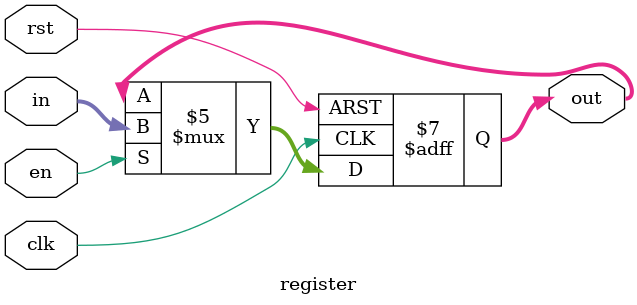
<source format=v>
`timescale 1ns / 1ps


module register(
    input [3:0] in,
    input en,
    input rst,
    input clk,
    output reg [3:0] out
);
    always@(posedge clk,posedge rst)
        if(rst==1)
        begin
            out<=4'b0;
        end
        else
        begin
            if(en==1)
                out<=in;
            else 
                out<=out ; 
        end
endmodule // register

</source>
